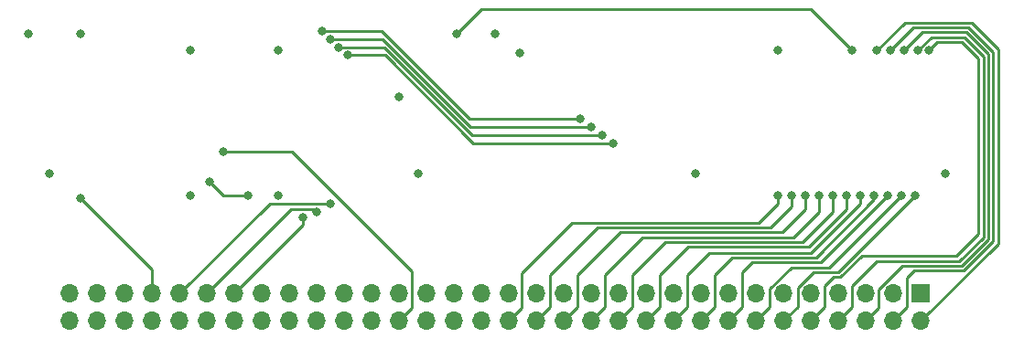
<source format=gbr>
%TF.GenerationSoftware,KiCad,Pcbnew,(6.0.0-0)*%
%TF.CreationDate,2022-10-19T21:39:45-04:00*%
%TF.ProjectId,CPU-Instruction-Decoder,4350552d-496e-4737-9472-756374696f6e,rev?*%
%TF.SameCoordinates,Original*%
%TF.FileFunction,Copper,L4,Bot*%
%TF.FilePolarity,Positive*%
%FSLAX46Y46*%
G04 Gerber Fmt 4.6, Leading zero omitted, Abs format (unit mm)*
G04 Created by KiCad (PCBNEW (6.0.0-0)) date 2022-10-19 21:39:45*
%MOMM*%
%LPD*%
G01*
G04 APERTURE LIST*
%TA.AperFunction,ComponentPad*%
%ADD10R,1.700000X1.700000*%
%TD*%
%TA.AperFunction,ComponentPad*%
%ADD11O,1.700000X1.700000*%
%TD*%
%TA.AperFunction,ViaPad*%
%ADD12C,0.800000*%
%TD*%
%TA.AperFunction,Conductor*%
%ADD13C,0.250000*%
%TD*%
G04 APERTURE END LIST*
D10*
%TO.P,J1,1,Pin_1*%
%TO.N,~{WR5_15}*%
X324617000Y-229808000D03*
D11*
%TO.P,J1,2,Pin_2*%
%TO.N,~{RD6_15}*%
X324617000Y-232348000D03*
%TO.P,J1,3,Pin_3*%
%TO.N,~{WR5_14}*%
X322077000Y-229808000D03*
%TO.P,J1,4,Pin_4*%
%TO.N,~{RD6_14}*%
X322077000Y-232348000D03*
%TO.P,J1,5,Pin_5*%
%TO.N,~{WR5_13}*%
X319537000Y-229808000D03*
%TO.P,J1,6,Pin_6*%
%TO.N,~{RD6_13}*%
X319537000Y-232348000D03*
%TO.P,J1,7,Pin_7*%
%TO.N,~{WR5_12}*%
X316997000Y-229808000D03*
%TO.P,J1,8,Pin_8*%
%TO.N,~{RD6_12}*%
X316997000Y-232348000D03*
%TO.P,J1,9,Pin_9*%
%TO.N,~{WR5_11}*%
X314457000Y-229808000D03*
%TO.P,J1,10,Pin_10*%
%TO.N,~{RD6_11}*%
X314457000Y-232348000D03*
%TO.P,J1,11,Pin_11*%
%TO.N,~{WR5_10}*%
X311917000Y-229808000D03*
%TO.P,J1,12,Pin_12*%
%TO.N,~{RD6_10}*%
X311917000Y-232348000D03*
%TO.P,J1,13,Pin_13*%
%TO.N,~{WR5_09}*%
X309377000Y-229808000D03*
%TO.P,J1,14,Pin_14*%
%TO.N,~{RD6_09}*%
X309377000Y-232348000D03*
%TO.P,J1,15,Pin_15*%
%TO.N,~{WR5_08}*%
X306837000Y-229808000D03*
%TO.P,J1,16,Pin_16*%
%TO.N,~{RD6_08}*%
X306837000Y-232348000D03*
%TO.P,J1,17,Pin_17*%
%TO.N,~{WR5_07}*%
X304297000Y-229808000D03*
%TO.P,J1,18,Pin_18*%
%TO.N,~{RD6_07}*%
X304297000Y-232348000D03*
%TO.P,J1,19,Pin_19*%
%TO.N,~{WR5_06}*%
X301757000Y-229808000D03*
%TO.P,J1,20,Pin_20*%
%TO.N,~{RD6_06}*%
X301757000Y-232348000D03*
%TO.P,J1,21,Pin_21*%
%TO.N,~{WR5_05}*%
X299217000Y-229808000D03*
%TO.P,J1,22,Pin_22*%
%TO.N,~{RD6_05}*%
X299217000Y-232348000D03*
%TO.P,J1,23,Pin_23*%
%TO.N,~{WR5_04}*%
X296677000Y-229808000D03*
%TO.P,J1,24,Pin_24*%
%TO.N,~{RD6_04}*%
X296677000Y-232348000D03*
%TO.P,J1,25,Pin_25*%
%TO.N,~{WR5_03}*%
X294137000Y-229808000D03*
%TO.P,J1,26,Pin_26*%
%TO.N,~{RD6_03}*%
X294137000Y-232348000D03*
%TO.P,J1,27,Pin_27*%
%TO.N,~{WR5_02}*%
X291597000Y-229808000D03*
%TO.P,J1,28,Pin_28*%
%TO.N,~{RD6_02}*%
X291597000Y-232348000D03*
%TO.P,J1,29,Pin_29*%
%TO.N,~{WR5_01}*%
X289057000Y-229808000D03*
%TO.P,J1,30,Pin_30*%
%TO.N,~{RD6_01}*%
X289057000Y-232348000D03*
%TO.P,J1,31,Pin_31*%
%TO.N,~{WR5_00}*%
X286517000Y-229808000D03*
%TO.P,J1,32,Pin_32*%
%TO.N,~{RD6_00}*%
X286517000Y-232348000D03*
%TO.P,J1,33,Pin_33*%
%TO.N,unconnected-(J1-Pad33)*%
X283977000Y-229808000D03*
%TO.P,J1,34,Pin_34*%
%TO.N,unconnected-(J1-Pad34)*%
X283977000Y-232348000D03*
%TO.P,J1,35,Pin_35*%
%TO.N,unconnected-(J1-Pad35)*%
X281437000Y-229808000D03*
%TO.P,J1,36,Pin_36*%
%TO.N,unconnected-(J1-Pad36)*%
X281437000Y-232348000D03*
%TO.P,J1,37,Pin_37*%
%TO.N,unconnected-(J1-Pad37)*%
X278897000Y-229808000D03*
%TO.P,J1,38,Pin_38*%
%TO.N,~{WR5}*%
X278897000Y-232348000D03*
%TO.P,J1,39,Pin_39*%
%TO.N,GND*%
X276357000Y-229808000D03*
%TO.P,J1,40,Pin_40*%
%TO.N,~{WR4}*%
X276357000Y-232348000D03*
%TO.P,J1,41,Pin_41*%
%TO.N,VCC*%
X273817000Y-229808000D03*
%TO.P,J1,42,Pin_42*%
%TO.N,\u03BCWR3*%
X273817000Y-232348000D03*
%TO.P,J1,43,Pin_43*%
%TO.N,unconnected-(J1-Pad43)*%
X271277000Y-229808000D03*
%TO.P,J1,44,Pin_44*%
%TO.N,\u03BCWR2*%
X271277000Y-232348000D03*
%TO.P,J1,45,Pin_45*%
%TO.N,unconnected-(J1-Pad45)*%
X268737000Y-229808000D03*
%TO.P,J1,46,Pin_46*%
%TO.N,\u03BCWR1*%
X268737000Y-232348000D03*
%TO.P,J1,47,Pin_47*%
%TO.N,unconnected-(J1-Pad47)*%
X266197000Y-229808000D03*
%TO.P,J1,48,Pin_48*%
%TO.N,\u03BCWR0*%
X266197000Y-232348000D03*
%TO.P,J1,49,Pin_49*%
%TO.N,~{RD5_00}*%
X263657000Y-229808000D03*
%TO.P,J1,50,Pin_50*%
%TO.N,~{RD6}*%
X263657000Y-232348000D03*
%TO.P,J1,51,Pin_51*%
%TO.N,~{RD5_01}*%
X261117000Y-229808000D03*
%TO.P,J1,52,Pin_52*%
%TO.N,~{RD5}*%
X261117000Y-232348000D03*
%TO.P,J1,53,Pin_53*%
%TO.N,~{RD5_02}*%
X258577000Y-229808000D03*
%TO.P,J1,54,Pin_54*%
%TO.N,\u03BCRD3*%
X258577000Y-232348000D03*
%TO.P,J1,55,Pin_55*%
%TO.N,~{RD5_03}*%
X256037000Y-229808000D03*
%TO.P,J1,56,Pin_56*%
%TO.N,\u03BCRD2*%
X256037000Y-232348000D03*
%TO.P,J1,57,Pin_57*%
%TO.N,~{WR4_00}*%
X253497000Y-229808000D03*
%TO.P,J1,58,Pin_58*%
%TO.N,\u03BCRD1*%
X253497000Y-232348000D03*
%TO.P,J1,59,Pin_59*%
%TO.N,~{WR4_01}*%
X250957000Y-229808000D03*
%TO.P,J1,60,Pin_60*%
%TO.N,\u03BCRD0*%
X250957000Y-232348000D03*
%TO.P,J1,61,Pin_61*%
%TO.N,~{WR4_02}*%
X248417000Y-229808000D03*
%TO.P,J1,62,Pin_62*%
%TO.N,unconnected-(J1-Pad62)*%
X248417000Y-232348000D03*
%TO.P,J1,63,Pin_63*%
%TO.N,~{WR4_03}*%
X245877000Y-229808000D03*
%TO.P,J1,64,Pin_64*%
%TO.N,unconnected-(J1-Pad64)*%
X245877000Y-232348000D03*
%TD*%
D12*
%TO.N,\u03BCRD0*%
X293116000Y-213614000D03*
X269240000Y-205486000D03*
%TO.N,\u03BCRD1*%
X270002000Y-206248000D03*
X294132000Y-214376000D03*
%TO.N,\u03BCRD2*%
X295148000Y-215138000D03*
X270764000Y-207010000D03*
%TO.N,\u03BCRD3*%
X296164000Y-215900000D03*
X271595636Y-207734500D03*
%TO.N,GND*%
X265176000Y-220726000D03*
X303784000Y-218694000D03*
X257048000Y-207264000D03*
X242062000Y-205740000D03*
X257048000Y-220726000D03*
X243939522Y-218694000D03*
X276352000Y-211582000D03*
X278130000Y-218694000D03*
X326898000Y-218694000D03*
X285242000Y-205740000D03*
%TO.N,VCC*%
X246888000Y-205740000D03*
X311404000Y-207264000D03*
X287528000Y-207518000D03*
X265176000Y-207264000D03*
%TO.N,~{RD5}*%
X258826000Y-219456000D03*
X262382000Y-220726000D03*
%TO.N,~{RD6}*%
X318262000Y-207264000D03*
X281686000Y-205740000D03*
%TO.N,~{WR4}*%
X260096000Y-216662000D03*
%TO.N,~{RD6_00}*%
X311404000Y-220726000D03*
%TO.N,~{RD6_01}*%
X312674000Y-220726000D03*
%TO.N,~{RD6_02}*%
X313944000Y-220726000D03*
%TO.N,~{RD6_03}*%
X315214000Y-220726000D03*
%TO.N,~{RD6_04}*%
X316484000Y-220726000D03*
%TO.N,~{RD6_05}*%
X317754000Y-220726000D03*
%TO.N,~{RD6_06}*%
X319024000Y-220726000D03*
%TO.N,~{RD6_07}*%
X320294000Y-220726000D03*
%TO.N,~{RD6_08}*%
X321564000Y-220726000D03*
%TO.N,~{RD5_01}*%
X267462000Y-222758000D03*
%TO.N,~{RD6_09}*%
X322834000Y-220726000D03*
%TO.N,~{RD5_02}*%
X268732000Y-222250000D03*
%TO.N,~{RD6_10}*%
X324104000Y-220726000D03*
%TO.N,~{RD5_03}*%
X270002000Y-221488000D03*
%TO.N,~{RD6_11}*%
X325374000Y-207264000D03*
%TO.N,~{WR4_00}*%
X246888000Y-220980000D03*
%TO.N,~{RD6_12}*%
X324358000Y-207264000D03*
%TO.N,~{RD6_13}*%
X323088000Y-207264000D03*
%TO.N,~{RD6_14}*%
X321818000Y-207264000D03*
%TO.N,~{RD6_15}*%
X320548000Y-207264000D03*
%TD*%
D13*
%TO.N,~{RD5_01}*%
X267462000Y-223463000D02*
X267462000Y-222758000D01*
%TO.N,~{RD5_02}*%
X268515499Y-222033499D02*
X268732000Y-222250000D01*
X266351501Y-222033499D02*
X268515499Y-222033499D01*
X258577000Y-229808000D02*
X266351501Y-222033499D01*
%TO.N,~{RD5_01}*%
X261117000Y-229808000D02*
X267462000Y-223463000D01*
%TO.N,\u03BCRD0*%
X282831112Y-213614000D02*
X274703112Y-205486000D01*
X274703112Y-205486000D02*
X269240000Y-205486000D01*
X293116000Y-213614000D02*
X282831112Y-213614000D01*
%TO.N,\u03BCRD1*%
X274829408Y-206248000D02*
X282957408Y-214376000D01*
X270002000Y-206248000D02*
X274829408Y-206248000D01*
X282957408Y-214376000D02*
X294132000Y-214376000D01*
%TO.N,\u03BCRD2*%
X274955704Y-207010000D02*
X283083704Y-215138000D01*
X283083704Y-215138000D02*
X295148000Y-215138000D01*
X270764000Y-207010000D02*
X274955704Y-207010000D01*
%TO.N,\u03BCRD3*%
X271595636Y-207734500D02*
X275044500Y-207734500D01*
X275044500Y-207734500D02*
X283210000Y-215900000D01*
X283210000Y-215900000D02*
X296164000Y-215900000D01*
%TO.N,~{RD5}*%
X258826000Y-219456000D02*
X260096000Y-220726000D01*
X260096000Y-220726000D02*
X262382000Y-220726000D01*
%TO.N,~{RD6}*%
X281686000Y-205740000D02*
X283972000Y-203454000D01*
X314452000Y-203454000D02*
X318262000Y-207264000D01*
X283972000Y-203454000D02*
X287528000Y-203454000D01*
X287528000Y-203454000D02*
X314452000Y-203454000D01*
%TO.N,~{WR4}*%
X277531511Y-231173489D02*
X277531511Y-227747511D01*
X276357000Y-232348000D02*
X277531511Y-231173489D01*
X277531511Y-227747511D02*
X266446000Y-216662000D01*
X266446000Y-216662000D02*
X260096000Y-216662000D01*
%TO.N,~{RD6_00}*%
X292354000Y-223266000D02*
X309626000Y-223266000D01*
X287691511Y-227928489D02*
X292354000Y-223266000D01*
X287691511Y-231173489D02*
X287691511Y-227928489D01*
X311404000Y-221488000D02*
X311404000Y-220726000D01*
X286517000Y-232348000D02*
X287691511Y-231173489D01*
X309626000Y-223266000D02*
X311404000Y-221488000D01*
%TO.N,~{RD6_01}*%
X290322000Y-231083000D02*
X290322000Y-228092000D01*
X289057000Y-232348000D02*
X290322000Y-231083000D01*
X310700489Y-223715511D02*
X312674000Y-221742000D01*
X294698489Y-223715511D02*
X310700489Y-223715511D01*
X312674000Y-221742000D02*
X312674000Y-220726000D01*
X290322000Y-228092000D02*
X294698489Y-223715511D01*
%TO.N,~{RD6_02}*%
X292862000Y-231083000D02*
X292862000Y-228092000D01*
X291597000Y-232348000D02*
X292862000Y-231083000D01*
X311774978Y-224165022D02*
X313944000Y-221996000D01*
X313944000Y-221996000D02*
X313944000Y-220726000D01*
X296788978Y-224165022D02*
X311774978Y-224165022D01*
X292862000Y-228092000D02*
X296788978Y-224165022D01*
%TO.N,~{RD6_03}*%
X298879467Y-224614533D02*
X312849467Y-224614533D01*
X295402000Y-231083000D02*
X295402000Y-228092000D01*
X315214000Y-222250000D02*
X315214000Y-220726000D01*
X295402000Y-228092000D02*
X298879467Y-224614533D01*
X294137000Y-232348000D02*
X295402000Y-231083000D01*
X312849467Y-224614533D02*
X315214000Y-222250000D01*
%TO.N,~{RD6_04}*%
X297942000Y-231083000D02*
X297942000Y-228092000D01*
X296677000Y-232348000D02*
X297942000Y-231083000D01*
X297942000Y-228092000D02*
X300969957Y-225064043D01*
X316484000Y-222250000D02*
X316484000Y-220726000D01*
X313669957Y-225064043D02*
X316484000Y-222250000D01*
X300969957Y-225064043D02*
X313669957Y-225064043D01*
%TO.N,~{RD6_05}*%
X300482000Y-231083000D02*
X300482000Y-228092000D01*
X300482000Y-228092000D02*
X303060447Y-225513553D01*
X303060447Y-225513553D02*
X314236447Y-225513553D01*
X317754000Y-221996000D02*
X317754000Y-220726000D01*
X314236447Y-225513553D02*
X317754000Y-221996000D01*
X299217000Y-232348000D02*
X300482000Y-231083000D01*
%TO.N,~{RD6_06}*%
X314452000Y-226060000D02*
X319024000Y-221488000D01*
X303022000Y-228092000D02*
X305054000Y-226060000D01*
X305054000Y-226060000D02*
X314452000Y-226060000D01*
X301757000Y-232348000D02*
X303022000Y-231083000D01*
X303022000Y-231083000D02*
X303022000Y-228092000D01*
X319024000Y-221488000D02*
X319024000Y-220726000D01*
%TO.N,~{RD6_07}*%
X307144490Y-226509510D02*
X314889378Y-226509510D01*
X304297000Y-232348000D02*
X305562000Y-231083000D01*
X314889378Y-226509510D02*
X320294000Y-221104888D01*
X305562000Y-231083000D02*
X305562000Y-228092000D01*
X320294000Y-221104888D02*
X320294000Y-220726000D01*
X305562000Y-228092000D02*
X307144490Y-226509510D01*
%TO.N,~{RD6_08}*%
X308102000Y-231083000D02*
X308102000Y-227838000D01*
X306837000Y-232348000D02*
X308102000Y-231083000D01*
X308980979Y-226959021D02*
X315330979Y-226959021D01*
X315330979Y-226959021D02*
X321564000Y-220726000D01*
X308102000Y-227838000D02*
X308980979Y-226959021D01*
%TO.N,~{RD6_09}*%
X312605476Y-227408532D02*
X316151468Y-227408532D01*
X316151468Y-227408532D02*
X322834000Y-220726000D01*
X310642000Y-231083000D02*
X310642000Y-229372008D01*
X309377000Y-232348000D02*
X310642000Y-231083000D01*
X310642000Y-229372008D02*
X312605476Y-227408532D01*
%TO.N,~{RD6_10}*%
X311917000Y-232348000D02*
X313228099Y-231036901D01*
X316971957Y-227858043D02*
X324104000Y-220726000D01*
X314695965Y-227858043D02*
X316971957Y-227858043D01*
X313228099Y-229325909D02*
X314695965Y-227858043D01*
X313228099Y-231036901D02*
X313228099Y-229325909D01*
%TO.N,~{RD5_03}*%
X264357000Y-221488000D02*
X270002000Y-221488000D01*
X256037000Y-229808000D02*
X264357000Y-221488000D01*
%TO.N,~{RD6_11}*%
X328422000Y-206502000D02*
X326136000Y-206502000D01*
X319151704Y-226314000D02*
X327914000Y-226314000D01*
X326136000Y-206502000D02*
X325374000Y-207264000D01*
X329946000Y-224282000D02*
X329946000Y-208026000D01*
X327914000Y-226314000D02*
X329946000Y-224282000D01*
X315722000Y-231083000D02*
X315722000Y-229108000D01*
X317158151Y-228307553D02*
X319151704Y-226314000D01*
X316522447Y-228307553D02*
X317158151Y-228307553D01*
X329946000Y-208026000D02*
X328422000Y-206502000D01*
X315722000Y-229108000D02*
X316522447Y-228307553D01*
X314457000Y-232348000D02*
X315722000Y-231083000D01*
%TO.N,~{WR4_00}*%
X246888000Y-220980000D02*
X253497000Y-227589000D01*
X253497000Y-227589000D02*
X253497000Y-229808000D01*
%TO.N,~{RD6_12}*%
X330395511Y-224594489D02*
X328168000Y-226822000D01*
X325560910Y-206052490D02*
X328608194Y-206052490D01*
X324358000Y-207255400D02*
X325560910Y-206052490D01*
X328608194Y-206052490D02*
X330395511Y-207839807D01*
X318262000Y-231083000D02*
X316997000Y-232348000D01*
X324358000Y-207264000D02*
X324358000Y-207255400D01*
X320548000Y-226822000D02*
X318262000Y-229108000D01*
X318262000Y-229108000D02*
X318262000Y-231083000D01*
X330395511Y-207839807D02*
X330395511Y-224594489D01*
X328168000Y-226822000D02*
X320548000Y-226822000D01*
%TO.N,~{RD6_13}*%
X320711511Y-231173489D02*
X320711511Y-229461805D01*
X328354194Y-227271510D02*
X330845022Y-224780682D01*
X324749021Y-205602979D02*
X323088000Y-207264000D01*
X319537000Y-232348000D02*
X320711511Y-231173489D01*
X322901805Y-227271511D02*
X328354194Y-227271510D01*
X330845021Y-207653613D02*
X328794387Y-205602979D01*
X320711511Y-229461805D02*
X322901805Y-227271511D01*
X328794387Y-205602979D02*
X324749021Y-205602979D01*
X330845022Y-224780682D02*
X330845021Y-207653613D01*
%TO.N,~{RD6_14}*%
X323342000Y-231083000D02*
X322077000Y-232348000D01*
X321818000Y-207264000D02*
X323928532Y-205153468D01*
X328540387Y-227721021D02*
X323966978Y-227721022D01*
X331294533Y-224966875D02*
X328540387Y-227721021D01*
X331294532Y-207467420D02*
X331294533Y-224966875D01*
X323966978Y-227721022D02*
X323342000Y-228346000D01*
X323928532Y-205153468D02*
X328980580Y-205153468D01*
X328980580Y-205153468D02*
X331294532Y-207467420D01*
X323342000Y-228346000D02*
X323342000Y-231083000D01*
%TO.N,~{RD6_15}*%
X331744041Y-207154926D02*
X331744041Y-225220959D01*
X320548000Y-207264000D02*
X323108043Y-204703957D01*
X331744041Y-225220959D02*
X324617000Y-232348000D01*
X329293072Y-204703957D02*
X331744041Y-207154926D01*
X323108043Y-204703957D02*
X329293072Y-204703957D01*
%TD*%
M02*

</source>
